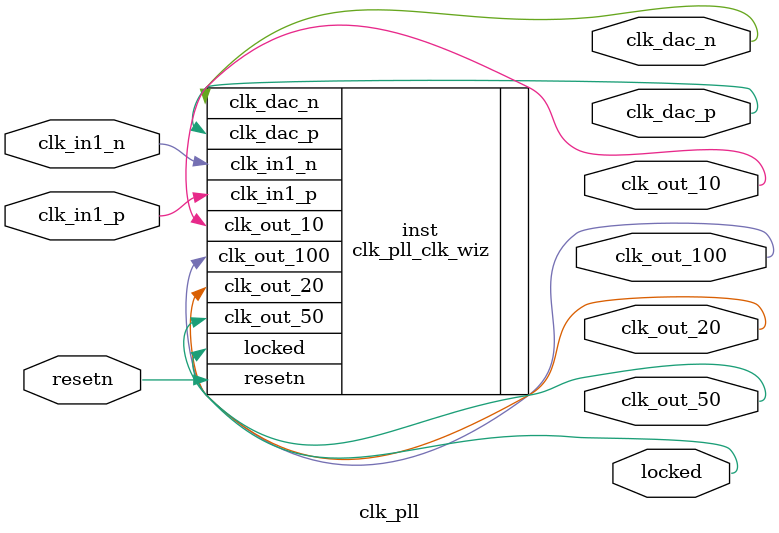
<source format=v>


`timescale 1ps/1ps

(* CORE_GENERATION_INFO = "clk_pll,clk_wiz_v6_0_14_0_0,{component_name=clk_pll,use_phase_alignment=true,use_min_o_jitter=false,use_max_i_jitter=false,use_dyn_phase_shift=false,use_inclk_switchover=false,use_dyn_reconfig=false,enable_axi=0,feedback_source=FDBK_AUTO,PRIMITIVE=PLL,num_out_clk=6,clkin1_period=5.000,clkin2_period=10.0,use_power_down=false,use_reset=true,use_locked=true,use_inclk_stopped=false,feedback_type=SINGLE,CLOCK_MGR_TYPE=NA,manual_override=false}" *)

module clk_pll 
 (
  // Clock out ports
  output        clk_out_100,
  output        clk_out_20,
  output        clk_out_10,
  output        clk_out_50,
  output        clk_dac_p,
  output        clk_dac_n,
  // Status and control signals
  input         resetn,
  output        locked,
 // Clock in ports
  input         clk_in1_p,
  input         clk_in1_n
 );

  clk_pll_clk_wiz inst
  (
  // Clock out ports  
  .clk_out_100(clk_out_100),
  .clk_out_20(clk_out_20),
  .clk_out_10(clk_out_10),
  .clk_out_50(clk_out_50),
  .clk_dac_p(clk_dac_p),
  .clk_dac_n(clk_dac_n),
  // Status and control signals               
  .resetn(resetn), 
  .locked(locked),
 // Clock in ports
  .clk_in1_p(clk_in1_p),
  .clk_in1_n(clk_in1_n)
  );

endmodule

</source>
